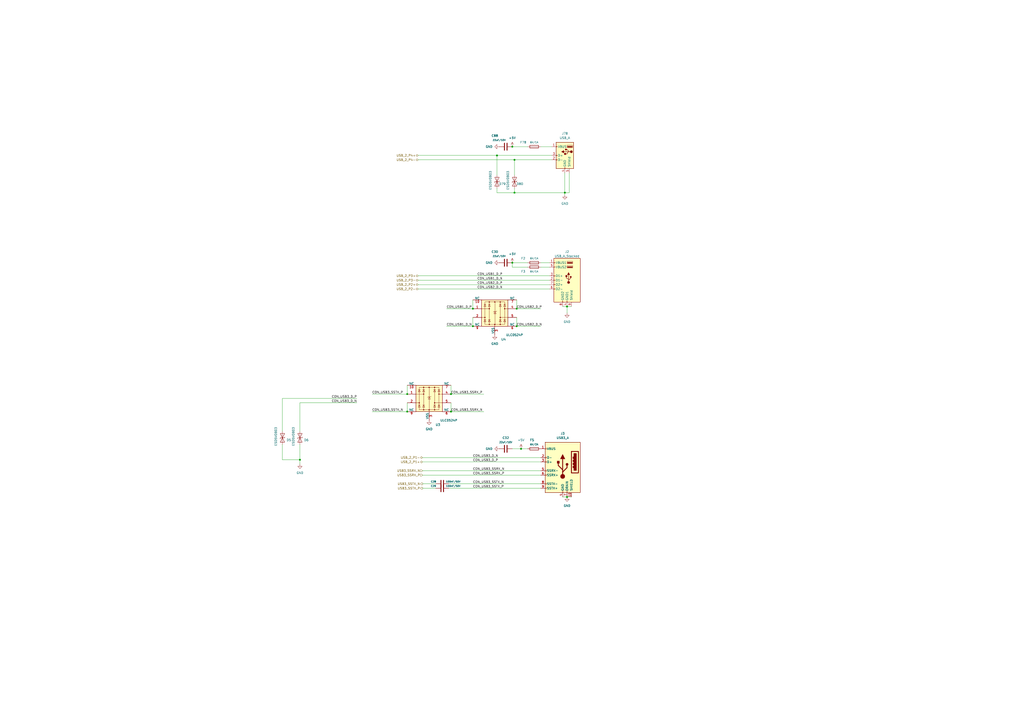
<source format=kicad_sch>
(kicad_sch (version 20231120) (generator "eeschema") (generator_version "8.0")
  (paper "A2")
  (title_block (title "nvme Carrier for LattePanda Mu") (date "2024-05-24") (rev "V1.0.6"))
  (lib_symbols
    (symbol "Connector:USB3_A" (pin_names (offset 1.016))
      (property "Reference" "J" (at -10.16 15.24 0))
      (property "Value" "USB3_A" (at 10.16 15.24 0))
      (symbol "USB3_A_0_0"
        (rectangle (start -9.144 8.636) (end -5.08 -3.81) (stroke (width 0.508)))
        (rectangle (start -7.874 7.366) (end -6.604 -2.286) (stroke (width 0.508)) (fill (type outline)))
        (rectangle (start -6.35 0) (end -6.096 -0.762) (stroke (width 0.508)))
        (rectangle (start -6.35 1.778) (end -6.096 1.016) (stroke (width 0.508)))
        (rectangle (start -6.35 3.556) (end -6.096 2.794) (stroke (width 0.508)))
        (rectangle (start -6.35 5.334) (end -6.096 4.572) (stroke (width 0.508)))
        (rectangle (start -2.794 -15.24) (end -2.286 -14.224))
        (rectangle (start -0.254 -15.24) (end 0.254 -14.224))
        (rectangle (start 10.16 -12.446) (end 9.144 -12.954))
        (rectangle (start 10.16 -9.906) (end 9.144 -10.414))
        (rectangle (start 10.16 -4.826) (end 9.144 -5.334))
        (rectangle (start 10.16 -2.286) (end 9.144 -2.794))
        (rectangle (start 10.16 2.794) (end 9.144 2.286))
        (rectangle (start 10.16 5.334) (end 9.144 4.826))
        (rectangle (start 10.16 10.414) (end 9.144 9.906))
      )
      (symbol "USB3_A_0_1"
        (rectangle (start -10.16 13.97) (end 10.16 -15.24) (stroke (width 0.254)) (fill (type background)))
      )
      (symbol "USB3_A_1_1"
        (circle (center -2.54 1.143) (radius 0.635) (stroke (width 0.254)) (fill (type outline)))
        (circle (center 0 -5.842) (radius 1.27) (fill (type outline)))
        (polyline (pts (xy 0 -5.842) (xy 0 4.318)) (stroke (width 0.508)))
        (polyline (pts (xy 0 -3.302) (xy -2.54 -0.762) (xy -2.54 0.508)) (stroke (width 0.508)))
        (polyline (pts (xy 0 -2.032) (xy 2.54 0.508) (xy 2.54 1.778)) (stroke (width 0.508)))
        (polyline (pts (xy -1.27 4.318) (xy 0 6.858) (xy 1.27 4.318) (xy -1.27 4.318)) (stroke (width 0.254)) (fill (type outline)))
        (rectangle (start 1.905 1.778) (end 3.175 3.048) (stroke (width 0.254)) (fill (type outline)))
        (pin power_in line (at 12.7 10.16 180) (length 2.54) (name "VBUS") (number "1"))
        (pin passive line (at -5.08 -17.78 90) (length 2.54) (name "SHIELD") (number "10"))
        (pin bidirectional line (at 12.7 5.08 180) (length 2.54) (name "D-") (number "2"))
        (pin bidirectional line (at 12.7 2.54 180) (length 2.54) (name "D+") (number "3"))
        (pin power_in line (at 0 -17.78 90) (length 2.54) (name "GND") (number "4"))
        (pin output line (at 12.7 -2.54 180) (length 2.54) (name "SSRX-") (number "5"))
        (pin output line (at 12.7 -5.08 180) (length 2.54) (name "SSRX+") (number "6"))
        (pin passive line (at -2.54 -17.78 90) (length 2.54) (name "DRAIN") (number "7"))
        (pin input line (at 12.7 -10.16 180) (length 2.54) (name "SSTX-") (number "8"))
        (pin input line (at 12.7 -12.7 180) (length 2.54) (name "SSTX+") (number "9"))
      )
    )
    (symbol "Connector:USB_A" (pin_names (offset 1.016))
      (property "Reference" "J" (at -5.08 11.43 0))
      (property "Value" "USB_A" (at -5.08 8.89 0))
      (symbol "USB_A_0_1"
        (rectangle (start -5.08 -7.62) (end 5.08 7.62) (stroke (width 0.254)) (fill (type background)))
        (circle (center -3.81 2.159) (radius 0.635) (stroke (width 0.254)) (fill (type outline)))
        (rectangle (start -1.524 4.826) (end -4.318 5.334) (fill (type outline)))
        (rectangle (start -1.27 4.572) (end -4.572 5.842))
        (circle (center -0.635 3.429) (radius 0.381) (stroke (width 0.254)) (fill (type outline)))
        (rectangle (start -0.127 -7.62) (end 0.127 -6.858))
        (polyline (pts (xy -3.175 2.159) (xy -2.54 2.159) (xy -1.27 3.429) (xy -0.635 3.429)) (stroke (width 0.254)))
        (polyline (pts (xy -2.54 2.159) (xy -1.905 2.159) (xy -1.27 0.889) (xy 0 0.889)) (stroke (width 0.254)))
        (polyline (pts (xy 0.635 2.794) (xy 0.635 1.524) (xy 1.905 2.159) (xy 0.635 2.794)) (stroke (width 0.254)) (fill (type outline)))
        (rectangle (start 0.254 1.27) (end -0.508 0.508) (stroke (width 0.254)) (fill (type outline)))
        (rectangle (start 5.08 -2.667) (end 4.318 -2.413))
        (rectangle (start 5.08 -0.127) (end 4.318 0.127))
        (rectangle (start 5.08 4.953) (end 4.318 5.207))
      )
      (symbol "USB_A_1_1"
        (polyline (pts (xy -1.905 2.159) (xy 0.635 2.159)) (stroke (width 0.254)))
        (pin power_in line (at 7.62 5.08 180) (length 2.54) (name "VBUS") (number "1"))
        (pin bidirectional line (at 7.62 -2.54 180) (length 2.54) (name "D-") (number "2"))
        (pin bidirectional line (at 7.62 0 180) (length 2.54) (name "D+") (number "3"))
        (pin power_in line (at 0 -10.16 90) (length 2.54) (name "GND") (number "4"))
        (pin passive line (at -2.54 -10.16 90) (length 2.54) (name "Shield") (number "5"))
      )
    )
    (symbol "Connector:USB_A_Stacked" (pin_names (offset 1.016))
      (property "Reference" "J" (at 0 15.875 0))
      (property "Value" "USB_A_Stacked" (at 0 13.97 0))
      (symbol "USB_A_Stacked_0_1"
        (rectangle (start -7.62 12.7) (end 7.62 -12.7) (stroke (width 0.254)) (fill (type background)))
        (circle (center -2.159 1.905) (radius 0.381) (stroke (width 0.254)) (fill (type outline)))
        (circle (center -0.889 -1.27) (radius 0.635) (stroke (width 0.254)) (fill (type outline)))
        (rectangle (start -0.254 7.366) (end -3.048 7.874) (fill (type outline)))
        (rectangle (start -0.254 9.906) (end -3.048 10.414) (fill (type outline)))
        (rectangle (start -0.127 -12.7) (end 0.127 -11.938))
        (polyline (pts (xy -1.524 3.175) (xy -0.254 3.175) (xy -0.889 4.445) (xy -1.524 3.175)) (stroke (width 0.254)) (fill (type outline)))
        (polyline (pts (xy -0.889 -0.635) (xy -0.889 0) (xy -2.159 1.27) (xy -2.159 1.905)) (stroke (width 0.254)))
        (polyline (pts (xy -0.889 0) (xy -0.889 0.635) (xy 0.381 1.27) (xy 0.381 2.54)) (stroke (width 0.254)))
        (rectangle (start 0 2.794) (end 0.762 2.032) (stroke (width 0.254)) (fill (type outline)))
        (rectangle (start 0 7.112) (end -3.302 8.382))
        (rectangle (start 0 9.652) (end -3.302 10.922))
        (rectangle (start 2.413 -12.7) (end 2.667 -11.938))
        (rectangle (start 7.62 -5.207) (end 6.858 -4.953))
        (rectangle (start 7.62 -2.667) (end 6.858 -2.413))
        (rectangle (start 7.62 -0.127) (end 6.858 0.127))
        (rectangle (start 7.62 2.413) (end 6.858 2.667))
        (rectangle (start 7.62 7.493) (end 6.858 7.747))
        (rectangle (start 7.62 10.033) (end 6.858 10.287))
      )
      (symbol "USB_A_Stacked_1_1"
        (polyline (pts (xy -0.889 0.635) (xy -0.889 3.175)) (stroke (width 0.254)))
        (pin power_in line (at 10.16 10.16 180) (length 2.54) (name "VBUS1") (number "1"))
        (pin bidirectional line (at 10.16 0 180) (length 2.54) (name "D1-") (number "2"))
        (pin bidirectional line (at 10.16 2.54 180) (length 2.54) (name "D1+") (number "3"))
        (pin power_in line (at 0 -15.24 90) (length 2.54) (name "GND1") (number "4"))
        (pin power_in line (at 10.16 7.62 180) (length 2.54) (name "VBUS2") (number "5"))
        (pin bidirectional line (at 10.16 -5.08 180) (length 2.54) (name "D2-") (number "6"))
        (pin bidirectional line (at 10.16 -2.54 180) (length 2.54) (name "D2+") (number "7"))
        (pin power_in line (at 2.54 -15.24 90) (length 2.54) (name "GND2") (number "8"))
        (pin passive line (at -2.54 -15.24 90) (length 2.54) (name "Shield") (number "9"))
      )
    )
    (symbol "Device:C" (pin_numbers hide) (pin_names (offset 0.254))
      (property "Reference" "C" (at 0.635 2.54 0))
      (property "Value" "C" (at 0.635 -2.54 0))
      (symbol "C_0_1"
        (polyline (pts (xy -2.032 -0.762) (xy 2.032 -0.762)) (stroke (width 0.508)))
        (polyline (pts (xy -2.032 0.762) (xy 2.032 0.762)) (stroke (width 0.508)))
      )
      (symbol "C_1_1"
        (pin passive line (at 0 3.81 270) (length 2.794) (name "~") (number "1"))
        (pin passive line (at 0 -3.81 90) (length 2.794) (name "~") (number "2"))
      )
    )
    (symbol "Device:Fuse" (pin_numbers hide) (pin_names (offset 0))
      (property "Reference" "F" (at 2.032 0 90))
      (property "Value" "Fuse" (at -1.905 0 90))
      (symbol "Fuse_0_1"
        (rectangle (start -0.762 -2.54) (end 0.762 2.54) (stroke (width 0.254)))
        (polyline (pts (xy 0 2.54) (xy 0 -2.54)))
      )
      (symbol "Fuse_1_1"
        (pin passive line (at 0 3.81 270) (length 1.27) (name "~") (number "1"))
        (pin passive line (at 0 -3.81 90) (length 1.27) (name "~") (number "2"))
      )
    )
    (symbol "Diode:ESD9B5.0ST5G" (pin_numbers hide) (pin_names (offset 1.016) hide)
      (property "Reference" "D" (at 0 2.54 0))
      (property "Value" "ESD9B5.0ST5G" (at 0 -2.54 0))
      (symbol "ESD9B5.0ST5G_0_1"
        (polyline (pts (xy 1.27 0) (xy -1.27 0)))
        (polyline (pts (xy -2.54 -1.27) (xy 0 0) (xy -2.54 1.27) (xy -2.54 -1.27)) (stroke (width 0.2032)))
        (polyline (pts (xy 0.508 1.27) (xy 0 1.27) (xy 0 -1.27) (xy -0.508 -1.27)) (stroke (width 0.2032)))
        (polyline (pts (xy 2.54 1.27) (xy 2.54 -1.27) (xy 0 0) (xy 2.54 1.27)) (stroke (width 0.2032)))
      )
      (symbol "ESD9B5.0ST5G_1_1"
        (pin passive line (at -3.81 0 0) (length 2.54) (name "A1") (number "1"))
        (pin passive line (at 3.81 0 180) (length 2.54) (name "A2") (number "2"))
      )
    )
    (symbol "Power_Protection:D3V3XA4B10LP" (pin_names (offset 0))
      (property "Reference" "U" (at -0.635 8.89 0))
      (property "Value" "D3V3XA4B10LP" (at 8.89 -10.16 0))
      (symbol "D3V3XA4B10LP_0_0"
        (rectangle (start -5.715 6.477) (end 5.715 -6.604))
        (polyline (pts (xy -3.175 -6.604) (xy -3.175 6.477)))
        (polyline (pts (xy 0.127 6.477) (xy 0.127 -6.604)))
        (polyline (pts (xy 3.175 6.477) (xy 3.175 -6.604)))
      )
      (symbol "D3V3XA4B10LP_0_1"
        (rectangle (start -7.62 7.62) (end 7.62 -7.62) (stroke (width 0.254)) (fill (type background)))
        (circle (center -5.715 -2.54) (radius 0.2794) (fill (type outline)))
        (circle (center -3.175 -6.604) (radius 0.2794) (fill (type outline)))
        (circle (center -3.175 2.54) (radius 0.2794) (fill (type outline)))
        (circle (center -3.175 6.477) (radius 0.2794) (fill (type outline)))
        (circle (center 0 -6.604) (radius 0.2794) (fill (type outline)))
        (polyline (pts (xy -7.747 2.54) (xy -3.175 2.54)))
        (polyline (pts (xy -7.62 -2.54) (xy -5.715 -2.54)))
        (polyline (pts (xy -5.08 -3.81) (xy -6.35 -3.81)))
        (polyline (pts (xy -5.08 5.08) (xy -6.35 5.08)))
        (polyline (pts (xy -2.54 -3.81) (xy -3.81 -3.81)))
        (polyline (pts (xy -2.54 5.08) (xy -3.81 5.08)))
        (polyline (pts (xy -0.508 0.889) (xy -0.889 0.635)))
        (polyline (pts (xy 0 -6.604) (xy 0 -7.62)))
        (polyline (pts (xy 0.762 0.889) (xy -0.508 0.889)))
        (polyline (pts (xy 0.762 0.889) (xy 1.143 1.143)))
        (polyline (pts (xy 3.81 -3.81) (xy 2.54 -3.81)))
        (polyline (pts (xy 3.81 5.08) (xy 2.54 5.08)))
        (polyline (pts (xy 6.35 -3.81) (xy 5.08 -3.81)))
        (polyline (pts (xy 6.35 5.08) (xy 5.08 5.08)))
        (polyline (pts (xy 7.62 -2.54) (xy 3.175 -2.54)))
        (polyline (pts (xy 7.62 2.54) (xy 5.715 2.54)))
        (polyline (pts (xy -5.08 -5.08) (xy -6.35 -5.08) (xy -5.715 -3.81) (xy -5.08 -5.08)))
        (polyline (pts (xy -5.08 3.81) (xy -6.35 3.81) (xy -5.715 5.08) (xy -5.08 3.81)))
        (polyline (pts (xy -2.54 -5.08) (xy -3.81 -5.08) (xy -3.175 -3.81) (xy -2.54 -5.08)))
        (polyline (pts (xy -2.54 3.81) (xy -3.81 3.81) (xy -3.175 5.08) (xy -2.54 3.81)))
        (polyline (pts (xy 0.762 -0.381) (xy -0.508 -0.381) (xy 0.127 0.889) (xy 0.762 -0.381)))
        (polyline (pts (xy 3.81 -5.08) (xy 2.54 -5.08) (xy 3.175 -3.81) (xy 3.81 -5.08)))
        (polyline (pts (xy 3.81 3.81) (xy 2.54 3.81) (xy 3.175 5.08) (xy 3.81 3.81)))
        (polyline (pts (xy 6.35 -5.08) (xy 5.08 -5.08) (xy 5.715 -3.81) (xy 6.35 -5.08)))
        (polyline (pts (xy 6.35 3.81) (xy 5.08 3.81) (xy 5.715 5.08) (xy 6.35 3.81)))
        (circle (center 0 6.477) (radius 0.2794) (fill (type outline)))
        (circle (center 3.175 -6.604) (radius 0.2794) (fill (type outline)))
        (circle (center 3.175 -2.54) (radius 0.2794) (fill (type outline)))
        (circle (center 3.175 6.477) (radius 0.2794) (fill (type outline)))
        (circle (center 5.715 2.54) (radius 0.2794) (fill (type outline)))
      )
      (symbol "D3V3XA4B10LP_1_1"
        (pin passive line (at -12.7 2.54 0) (length 5.08) (name "~") (number "1"))
        (pin free line (at -12.7 7.62 0) (length 5.08) (name "NC") (number "10"))
        (pin passive line (at -12.7 -2.54 0) (length 5.08) (name "~") (number "2"))
        (pin power_in line (at 0 -12.7 90) (length 5.08) (name "VSS") (number "3"))
        (pin passive line (at 12.7 2.54 180) (length 5.08) (name "~") (number "4"))
        (pin passive line (at 12.7 -2.54 180) (length 5.08) (name "~") (number "5"))
        (pin free line (at 12.7 -7.62 180) (length 5.08) (name "NC") (number "6"))
        (pin free line (at 12.7 7.62 180) (length 5.08) (name "NC") (number "7"))
        (pin passive line (at 0 -12.7 90) (length 5.08) hide (name "VSS") (number "8"))
        (pin free line (at -12.7 -7.62 0) (length 5.08) (name "NC") (number "9"))
      )
    )
    (symbol "power:+5V" (power) (pin_numbers hide) (pin_names (offset 0) hide)
      (property "Value" "+5V" (at 0 3.556 0))
      (symbol "+5V_0_1"
        (polyline (pts (xy -0.762 1.27) (xy 0 2.54)))
        (polyline (pts (xy 0 0) (xy 0 2.54)))
        (polyline (pts (xy 0 2.54) (xy 0.762 1.27)))
      )
      (symbol "+5V_1_1"
        (pin power_in line (at 0 0 90) (length 0) (name "~") (number "1"))
      )
    )
    (symbol "power:GND" (power) (pin_numbers hide) (pin_names (offset 0) hide)
      (property "Value" "GND" (at 0 -3.81 0))
      (symbol "GND_0_1"
        (polyline (pts (xy 0 0) (xy 0 -1.27) (xy 1.27 -1.27) (xy 0 -2.54) (xy -1.27 -1.27) (xy 0 -1.27)))
      )
      (symbol "GND_1_1"
        (pin power_in line (at 0 0 270) (length 0) (name "~") (number "1"))
      )
    )
  )
  (junction (at 261.62 228.6))
  (junction (at 274.32 189.23))
  (junction (at 328.93 288.29))
  (junction (at 299.72 179.07))
  (junction (at 302.26 260.35))
  (junction (at 298.45 92.71))
  (junction (at 274.32 179.07))
  (junction (at 261.62 238.76))
  (junction (at 298.45 111.76))
  (junction (at 297.18 85.09))
  (junction (at 236.22 228.6))
  (junction (at 297.18 152.4))
  (junction (at 173.99 266.7))
  (junction (at 328.93 177.8))
  (junction (at 288.29 90.17))
  (junction (at 327.66 111.76))
  (junction (at 299.72 189.23))
  (junction (at 236.22 238.76))
  (wire (pts (xy 261.62 223.52) (xy 261.62 228.6)))
  (wire (pts (xy 242.57 165.1) (xy 318.77 165.1)))
  (wire (pts (xy 260.35 280.67) (xy 313.69 280.67)))
  (wire (pts (xy 298.45 92.71) (xy 298.45 101.6)))
  (wire (pts (xy 288.29 109.22) (xy 288.29 111.76)))
  (wire (pts (xy 242.57 92.71) (xy 298.45 92.71)))
  (wire (pts (xy 163.83 231.14) (xy 163.83 250.19)))
  (wire (pts (xy 313.69 152.4) (xy 318.77 152.4)))
  (wire (pts (xy 328.93 288.29) (xy 331.47 288.29)))
  (wire (pts (xy 298.45 92.71) (xy 320.04 92.71)))
  (wire (pts (xy 313.69 154.94) (xy 318.77 154.94)))
  (wire (pts (xy 274.32 173.99) (xy 274.32 179.07)))
  (wire (pts (xy 245.11 280.67) (xy 252.73 280.67)))
  (wire (pts (xy 215.9 238.76) (xy 236.22 238.76)))
  (wire (pts (xy 326.39 288.29) (xy 328.93 288.29)))
  (wire (pts (xy 242.57 90.17) (xy 288.29 90.17)))
  (wire (pts (xy 261.62 238.76) (xy 280.67 238.76)))
  (wire (pts (xy 327.66 111.76) (xy 327.66 113.03)))
  (wire (pts (xy 242.57 162.56) (xy 318.77 162.56)))
  (wire (pts (xy 297.18 154.94) (xy 297.18 152.4)))
  (wire (pts (xy 288.29 111.76) (xy 298.45 111.76)))
  (wire (pts (xy 299.72 173.99) (xy 299.72 179.07)))
  (wire (pts (xy 328.93 177.8) (xy 331.47 177.8)))
  (wire (pts (xy 313.69 85.09) (xy 320.04 85.09)))
  (wire (pts (xy 330.2 111.76) (xy 327.66 111.76)))
  (wire (pts (xy 245.11 265.43) (xy 313.69 265.43)))
  (wire (pts (xy 288.29 90.17) (xy 288.29 101.6)))
  (wire (pts (xy 274.32 184.15) (xy 274.32 189.23)))
  (wire (pts (xy 297.18 152.4) (xy 306.07 152.4)))
  (wire (pts (xy 163.83 257.81) (xy 163.83 266.7)))
  (wire (pts (xy 330.2 100.33) (xy 330.2 111.76)))
  (wire (pts (xy 299.72 189.23) (xy 313.69 189.23)))
  (wire (pts (xy 306.07 154.94) (xy 297.18 154.94)))
  (wire (pts (xy 299.72 179.07) (xy 313.69 179.07)))
  (wire (pts (xy 242.57 167.64) (xy 318.77 167.64)))
  (wire (pts (xy 302.26 260.35) (xy 306.07 260.35)))
  (wire (pts (xy 173.99 233.68) (xy 207.01 233.68)))
  (wire (pts (xy 259.08 179.07) (xy 274.32 179.07)))
  (wire (pts (xy 236.22 223.52) (xy 236.22 228.6)))
  (wire (pts (xy 245.11 283.21) (xy 252.73 283.21)))
  (wire (pts (xy 215.9 228.6) (xy 236.22 228.6)))
  (wire (pts (xy 299.72 184.15) (xy 299.72 189.23)))
  (wire (pts (xy 242.57 160.02) (xy 318.77 160.02)))
  (wire (pts (xy 327.66 100.33) (xy 327.66 111.76)))
  (wire (pts (xy 261.62 228.6) (xy 280.67 228.6)))
  (wire (pts (xy 298.45 109.22) (xy 298.45 111.76)))
  (wire (pts (xy 163.83 231.14) (xy 207.01 231.14)))
  (wire (pts (xy 173.99 269.24) (xy 173.99 266.7)))
  (wire (pts (xy 288.29 90.17) (xy 320.04 90.17)))
  (wire (pts (xy 260.35 283.21) (xy 313.69 283.21)))
  (wire (pts (xy 328.93 177.8) (xy 328.93 181.61)))
  (wire (pts (xy 245.11 273.05) (xy 313.69 273.05)))
  (wire (pts (xy 302.26 260.35) (xy 297.18 260.35)))
  (wire (pts (xy 261.62 233.68) (xy 261.62 238.76)))
  (wire (pts (xy 245.11 267.97) (xy 313.69 267.97)))
  (wire (pts (xy 163.83 266.7) (xy 173.99 266.7)))
  (wire (pts (xy 173.99 257.81) (xy 173.99 266.7)))
  (wire (pts (xy 326.39 177.8) (xy 328.93 177.8)))
  (wire (pts (xy 245.11 275.59) (xy 313.69 275.59)))
  (wire (pts (xy 298.45 111.76) (xy 327.66 111.76)))
  (wire (pts (xy 259.08 189.23) (xy 274.32 189.23)))
  (wire (pts (xy 236.22 233.68) (xy 236.22 238.76)))
  (wire (pts (xy 173.99 250.19) (xy 173.99 233.68)))
  (wire (pts (xy 297.18 85.09) (xy 306.07 85.09)))
  (label "CON_USB3_SSRX_P" (at 261.62 228.6 0))
  (label "CON_USB2_D_P" (at 276.86 165.1 0))
  (label "CON_USB3_D_N" (at 207.01 233.68 180))
  (label "CON_USB3_D_P" (at 207.01 231.14 180))
  (label "CON_USB3_SSRX_N" (at 261.62 238.76 0))
  (label "CON_USB2_D_N" (at 276.86 167.64 0))
  (label "CON_USB1_D_P" (at 276.86 160.02 0))
  (label "CON_USB3_SSTX_N" (at 215.9 238.76 0))
  (label "CON_USB3_SSTX_N" (at 274.32 280.67 0))
  (label "CON_USB3_SSRX_P" (at 274.32 275.59 0))
  (label "CON_USB3_SSTX_P" (at 274.32 283.21 0))
  (label "CON_USB3_SSRX_N" (at 274.32 273.05 0))
  (label "CON_USB2_D_N" (at 299.72 189.23 0))
  (label "CON_USB3_D_N" (at 274.32 265.43 0))
  (label "CON_USB3_D_P" (at 274.32 267.97 0))
  (label "CON_USB1_D_N" (at 276.86 162.56 0))
  (label "CON_USB3_SSTX_P" (at 215.9 228.6 0))
  (label "CON_USB1_D_P" (at 259.08 179.07 0))
  (label "CON_USB2_D_P" (at 299.72 179.07 0))
  (label "CON_USB1_D_N" (at 259.08 189.23 0))
  (hierarchical_label "USB_2_P2+" (shape bidirectional) (at 242.57 165.1 180))
  (hierarchical_label "USB_2_P3-" (shape bidirectional) (at 242.57 162.56 180))
  (hierarchical_label "USB3_SSTX_N" (shape output) (at 245.11 280.67 180))
  (hierarchical_label "USB_2_P3+" (shape bidirectional) (at 242.57 160.02 180))
  (hierarchical_label "USB_2_P4-" (shape bidirectional) (at 242.57 92.71 180))
  (hierarchical_label "USB3_SSRX_P" (shape input) (at 245.11 275.59 180))
  (hierarchical_label "USB_2_P2-" (shape bidirectional) (at 242.57 167.64 180))
  (hierarchical_label "USB_2_P4+" (shape bidirectional) (at 242.57 90.17 180))
  (hierarchical_label "USB3_SSRX_N" (shape input) (at 245.11 273.05 180))
  (hierarchical_label "USB_2_P1-" (shape bidirectional) (at 245.11 265.43 180))
  (hierarchical_label "USB_2_P1+" (shape bidirectional) (at 245.11 267.97 180))
  (hierarchical_label "USB3_SSTX_P" (shape output) (at 245.11 283.21 180))
  (symbol (lib_id "Diode:ESD9B5.0ST5G") (at 173.99 254 270) (mirror x) (unit 1)
    (property "Reference" "D6" (at 179.07 255.27 90) (effects (justify right)))
    (property "Value" "ESD5V0B03" (at 170.18 247.65 0) (effects (justify right)))
    (property "Footprint" "A_HDJ_Library:D_0402_1005Metric" (effects (hide yes)))
    (property "Datasheet" "https://wmsc.lcsc.com/wmsc/upload/file/pdf/v2/lcsc/2108131930_TECH-PUBLIC-ESD5V0B03-1006_C521894.pdf" (effects (hide yes)))
    (property "SCH_Show_Footprint" "D0402" (effects (hide yes)))
    (property "Mfr.#" "ESD5V0B03-1006" (effects (hide yes)))
  )
  (symbol (lib_id "Device:Fuse") (at 309.88 152.4 90) (unit 1)
    (property "Reference" "F2" (at 303.53 149.86 90))
    (property "Value" "6V/1A" (at 309.88 149.86 90) (effects (font (size 1 1))))
    (property "Footprint" "A_HDJ_Library:Fuse_0805_2012Metric" (effects (hide yes)))
    (property "Datasheet" "https://wmsc.lcsc.com/wmsc/upload/file/pdf/v2/lcsc/2305121423_BHFUSE-BSMD0805-100-6V_C883112.pdf" (effects (hide yes)))
    (property "SCH_Show_Footprint" "R0603" (effects (hide yes)))
    (property "Mfr.#" "BSMD0805-100-6V" (effects (hide yes)))
  )
  (symbol (lib_id "power:GND") (at 248.92 243.84 0) (unit 1)
    (property "Reference" "#PWR033" (effects (hide yes)))
    (property "Value" "GND" (at 248.92 248.92 0))
  )
  (symbol (lib_id "Power_Protection:D3V3XA4B10LP") (at 287.02 181.61 0) (unit 1)
    (property "Reference" "U4" (at 292.1 196.85 0))
    (property "Value" "ULC0524P" (at 298.45 194.31 0))
    (property "Footprint" "A_HDJ_Library:Diodes_UDFN-10_1.0x2.5mm_P0.5mm" (effects (hide yes)))
    (property "Datasheet" "https://www.diodes.com/assets/Datasheets/D3V3XA4B10LP.pdf" (effects (hide yes)))
    (property "Mfr.#" "ULC0524P" (effects (hide yes)))
  )
  (symbol (lib_id "Device:Fuse") (at 309.88 85.09 90) (unit 1)
    (property "Reference" "F78" (at 303.53 82.55 90))
    (property "Value" "6V/1A" (at 309.88 82.55 90) (effects (font (size 1 1))))
    (property "Footprint" "A_HDJ_Library:Fuse_0805_2012Metric" (effects (hide yes)))
    (property "Datasheet" "https://wmsc.lcsc.com/wmsc/upload/file/pdf/v2/lcsc/2305121423_BHFUSE-BSMD0805-100-6V_C883112.pdf" (effects (hide yes)))
    (property "SCH_Show_Footprint" "R0603" (effects (hide yes)))
    (property "Mfr.#" "BSMD0805-100-6V" (effects (hide yes)))
  )
  (symbol (lib_id "power:GND") (at 327.66 113.03 0) (unit 1)
    (property "Reference" "#PWR0105" (effects (hide yes)))
    (property "Value" "GND" (at 327.66 118.11 0))
    (property "Description" "Power symbol creates a global label with name \"GND\" , ground" (effects (hide yes)))
  )
  (symbol (lib_id "Diode:ESD9B5.0ST5G") (at 298.45 105.41 270) (mirror x) (unit 1)
    (property "Reference" "D80" (at 303.53 106.68 90) (effects (justify right)))
    (property "Value" "ESD5V0B03" (at 294.64 99.06 0) (effects (justify right)))
    (property "Footprint" "A_HDJ_Library:D_0402_1005Metric" (effects (hide yes)))
    (property "Datasheet" "https://wmsc.lcsc.com/wmsc/upload/file/pdf/v2/lcsc/2108131930_TECH-PUBLIC-ESD5V0B03-1006_C521894.pdf" (effects (hide yes)))
    (property "SCH_Show_Footprint" "D0402" (effects (hide yes)))
    (property "Mfr.#" "ESD5V0B03-1006" (effects (hide yes)))
  )
  (symbol (lib_id "Device:Fuse") (at 309.88 154.94 90) (unit 1)
    (property "Reference" "F3" (at 303.53 157.48 90))
    (property "Value" "6V/1A" (at 309.88 157.48 90) (effects (font (size 1 1))))
    (property "Footprint" "A_HDJ_Library:Fuse_0805_2012Metric" (effects (hide yes)))
    (property "Datasheet" "https://wmsc.lcsc.com/wmsc/upload/file/pdf/v2/lcsc/2305121423_BHFUSE-BSMD0805-100-6V_C883112.pdf" (effects (hide yes)))
    (property "SCH_Show_Footprint" "R0603" (effects (hide yes)))
    (property "Mfr.#" "BSMD0805-100-6V" (effects (hide yes)))
  )
  (symbol (lib_id "power:GND") (at 328.93 288.29 0) (unit 1)
    (property "Reference" "#PWR044" (effects (hide yes)))
    (property "Value" "GND" (at 328.93 293.37 0))
  )
  (symbol (lib_id "Connector:USB3_A") (at 326.39 270.51 0) (mirror y) (unit 1)
    (property "Reference" "J3" (at 326.39 251.46 0))
    (property "Value" "USB3_A" (at 326.39 254 0))
    (property "Footprint" "Connector_USB:USB3_A_Receptacle_Wuerth_692122030100" (effects (hide yes)))
    (property "Datasheet" "https://wmsc.lcsc.com/wmsc/upload/file/pdf/v2/lcsc/2306021057_Wurth-Elektronik-692122030100_C5355286.pdf" (effects (hide yes)))
    (property "Description" "USB 3.0 A connector" (effects (hide yes)))
    (property "Mfr.#" "692122030100" (effects (hide yes)))
  )
  (symbol (lib_id "power:GND") (at 173.99 269.24 0) (mirror y) (unit 1)
    (property "Reference" "#PWR032" (effects (hide yes)))
    (property "Value" "GND" (at 173.99 274.32 0))
  )
  (symbol (lib_id "Device:C") (at 293.37 152.4 90) (unit 1)
    (property "Reference" "C30" (at 287.02 146.05 90))
    (property "Value" "22uF/10V" (at 289.56 148.59 90) (effects (font (size 1 1))))
    (property "Footprint" "A_HDJ_Library:C_0603_1608Metric" (effects (hide yes)))
    (property "Datasheet" "https://wmsc.lcsc.com/wmsc/upload/file/pdf/v2/lcsc/2304140030_Samsung-Electro-Mechanics-CL10A226MP8NUNE_C86295.pdf" (effects (hide yes)))
    (property "SCH_Show_Footprint" "C603" (effects (hide yes)))
    (property "Mfr.#" "CL10A226MP8NUNE" (effects (hide yes)))
  )
  (symbol (lib_id "power:+5V") (at 302.26 260.35 0) (unit 1)
    (property "Reference" "#PWR040" (effects (hide yes)))
    (property "Value" "+5V" (at 302.26 255.27 0))
  )
  (symbol (lib_id "power:GND") (at 289.56 85.09 270) (unit 1)
    (property "Reference" "#PWR0126" (effects (hide yes)))
    (property "Value" "GND" (at 285.75 85.09 90) (effects (justify right)))
  )
  (symbol (lib_id "Connector:USB_A_Stacked") (at 328.93 162.56 0) (mirror y) (unit 1)
    (property "Reference" "J2" (at 328.93 146.05 0))
    (property "Value" "USB_A_Stacked" (at 328.93 148.59 0))
    (property "Footprint" "A_HDJ_Library:USB_A_CUI_UJ2-ADH-TH_Horizontal_Stacked" (effects (hide yes)))
    (property "Datasheet" "https://www.mouser.de/datasheet/2/670/uj2_adh_th-1779175.pdf" (effects (hide yes)))
    (property "Mfr.#" "UJ2-ADH-W1-TH" (effects (hide yes)))
  )
  (symbol (lib_id "Device:C") (at 256.54 280.67 90) (unit 1)
    (property "Reference" "C28" (at 251.46 279.4 90) (effects (font (size 1 1))))
    (property "Value" "100nF/50V" (at 262.89 279.4 90) (effects (font (size 1 1))))
    (property "Footprint" "A_HDJ_Library:C_0402_1005Metric" (effects (hide yes)))
    (property "Datasheet" "https://wmsc.lcsc.com/wmsc/upload/file/pdf/v2/lcsc/1809272047_Murata-Electronics-GRM155R71H104KE14D_C77020.pdf" (effects (hide yes)))
    (property "SCH_Show_Footprint" "C0402" (effects (hide yes)))
    (property "Mfr.#" "GRM155R71H104KE14D" (effects (hide yes)))
  )
  (symbol (lib_id "Device:C") (at 293.37 260.35 90) (unit 1)
    (property "Reference" "C32" (at 293.37 254 90))
    (property "Value" "22uF/10V" (at 293.37 256.54 90) (effects (font (size 1 1))))
    (property "Footprint" "A_HDJ_Library:C_0603_1608Metric" (effects (hide yes)))
    (property "Datasheet" "https://wmsc.lcsc.com/wmsc/upload/file/pdf/v2/lcsc/2304140030_Samsung-Electro-Mechanics-CL10A226MP8NUNE_C86295.pdf" (effects (hide yes)))
    (property "SCH_Show_Footprint" "C603" (effects (hide yes)))
    (property "Mfr.#" "CL10A226MP8NUNE" (effects (hide yes)))
  )
  (symbol (lib_id "Device:C") (at 293.37 85.09 90) (unit 1)
    (property "Reference" "C88" (at 287.02 78.74 90))
    (property "Value" "22uF/10V" (at 289.56 81.28 90) (effects (font (size 1 1))))
    (property "Footprint" "A_HDJ_Library:C_0603_1608Metric" (effects (hide yes)))
    (property "Datasheet" "https://wmsc.lcsc.com/wmsc/upload/file/pdf/v2/lcsc/2304140030_Samsung-Electro-Mechanics-CL10A226MP8NUNE_C86295.pdf" (effects (hide yes)))
    (property "SCH_Show_Footprint" "C603" (effects (hide yes)))
    (property "Mfr.#" "CL10A226MP8NUNE" (effects (hide yes)))
  )
  (symbol (lib_id "Device:C") (at 256.54 283.21 90) (unit 1)
    (property "Reference" "C29" (at 251.46 281.94 90) (effects (font (size 1 1))))
    (property "Value" "100nF/50V" (at 262.89 281.94 90) (effects (font (size 1 1))))
    (property "Footprint" "A_HDJ_Library:C_0402_1005Metric" (effects (hide yes)))
    (property "Datasheet" "https://wmsc.lcsc.com/wmsc/upload/file/pdf/v2/lcsc/1809272047_Murata-Electronics-GRM155R71H104KE14D_C77020.pdf" (effects (hide yes)))
    (property "SCH_Show_Footprint" "C0402" (effects (hide yes)))
    (property "Mfr.#" "GRM155R71H104KE14D" (effects (hide yes)))
  )
  (symbol (lib_id "Power_Protection:D3V3XA4B10LP") (at 248.92 231.14 0) (unit 1)
    (property "Reference" "U3" (at 254 246.38 0))
    (property "Value" "ULC0524P" (at 260.35 243.84 0))
    (property "Footprint" "A_HDJ_Library:Diodes_UDFN-10_1.0x2.5mm_P0.5mm" (effects (hide yes)))
    (property "Datasheet" "https://www.diodes.com/assets/Datasheets/D3V3XA4B10LP.pdf" (effects (hide yes)))
    (property "Mfr.#" "ULC0524P" (effects (hide yes)))
  )
  (symbol (lib_id "power:GND") (at 289.56 152.4 270) (unit 1)
    (property "Reference" "#PWR035" (effects (hide yes)))
    (property "Value" "GND" (at 285.75 152.4 90) (effects (justify right)))
  )
  (symbol (lib_id "power:+5V") (at 297.18 85.09 0) (unit 1)
    (property "Reference" "#PWR0198" (effects (hide yes)))
    (property "Value" "+5V" (at 297.18 80.01 0))
  )
  (symbol (lib_id "power:GND") (at 287.02 194.31 0) (unit 1)
    (property "Reference" "#PWR034" (effects (hide yes)))
    (property "Value" "GND" (at 287.02 199.39 0))
  )
  (symbol (lib_id "Diode:ESD9B5.0ST5G") (at 163.83 254 270) (mirror x) (unit 1)
    (property "Reference" "D5" (at 168.91 255.27 90) (effects (justify right)))
    (property "Value" "ESD5V0B03" (at 160.02 247.65 0) (effects (justify right)))
    (property "Footprint" "A_HDJ_Library:D_0402_1005Metric" (effects (hide yes)))
    (property "Datasheet" "https://wmsc.lcsc.com/wmsc/upload/file/pdf/v2/lcsc/2108131930_TECH-PUBLIC-ESD5V0B03-1006_C521894.pdf" (effects (hide yes)))
    (property "SCH_Show_Footprint" "D0402" (effects (hide yes)))
    (property "Mfr.#" "ESD5V0B03-1006" (effects (hide yes)))
  )
  (symbol (lib_id "power:GND") (at 289.56 260.35 270) (unit 1)
    (property "Reference" "#PWR037" (effects (hide yes)))
    (property "Value" "GND" (at 285.75 260.35 90) (effects (justify right)))
  )
  (symbol (lib_id "Device:Fuse") (at 309.88 260.35 90) (unit 1)
    (property "Reference" "F5" (at 308.61 255.27 90))
    (property "Value" "6V/2A" (at 309.88 257.81 90) (effects (font (size 1 1))))
    (property "Footprint" "A_HDJ_Library:Fuse_0805_2012Metric" (effects (hide yes)))
    (property "Datasheet" "https://wmsc.lcsc.com/wmsc/upload/file/pdf/v2/lcsc/2305121425_BHFUSE-BSMD0805L-200_C2757931.pdf" (effects (hide yes)))
    (property "SCH_Show_Footprint" "R0805" (effects (hide yes)))
    (property "Mfr.#" "BSMD0805L-200" (effects (hide yes)))
  )
  (symbol (lib_id "Diode:ESD9B5.0ST5G") (at 288.29 105.41 270) (mirror x) (unit 1)
    (property "Reference" "D79" (at 293.37 106.68 90) (effects (justify right)))
    (property "Value" "ESD5V0B03" (at 284.48 99.06 0) (effects (justify right)))
    (property "Footprint" "A_HDJ_Library:D_0402_1005Metric" (effects (hide yes)))
    (property "Datasheet" "https://wmsc.lcsc.com/wmsc/upload/file/pdf/v2/lcsc/2108131930_TECH-PUBLIC-ESD5V0B03-1006_C521894.pdf" (effects (hide yes)))
    (property "SCH_Show_Footprint" "D0402" (effects (hide yes)))
    (property "Mfr.#" "ESD5V0B03-1006" (effects (hide yes)))
  )
  (symbol (lib_id "Connector:USB_A") (at 327.66 90.17 0) (mirror y) (unit 1)
    (property "Reference" "J78" (at 327.66 77.47 0))
    (property "Value" "USB_A" (at 327.66 80.01 0))
    (property "Footprint" "Connector_USB:USB_A_Molex_105057_Vertical" (effects (hide yes)))
    (property "Datasheet" "https://www.molex.com/content/dam/molex/molex-dot-com/products/automated/en-us/salesdrawingpdf/105/105057/1050570001_sd.pdf" (effects (hide yes)))
    (property "Description" "USB Type A connector" (effects (hide yes)))
    (property "Mfr.#" "1050570001" (effects (hide yes)))
  )
  (symbol (lib_id "power:+5V") (at 297.18 152.4 0) (unit 1)
    (property "Reference" "#PWR038" (effects (hide yes)))
    (property "Value" "+5V" (at 297.18 147.32 0))
  )
  (symbol (lib_id "power:GND") (at 328.93 181.61 0) (unit 1)
    (property "Reference" "#PWR042" (effects (hide yes)))
    (property "Value" "GND" (at 328.93 186.69 0))
  )
)
</source>
